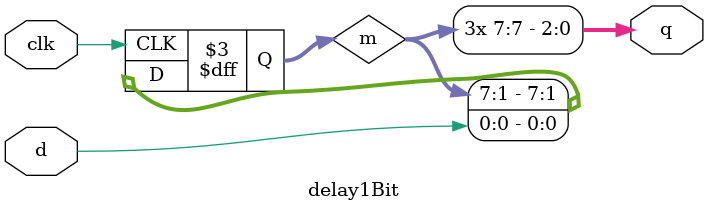
<source format=v>
`timescale 1ns / 1ps


module delay1Bit(
    input clk,
    input d,
    output [2:0] q
    );
    parameter n=8;
    reg [n:1] m;
    integer i;
    always@(posedge clk) begin
        for(i=1;i<=n;i=i+1)  begin
            if(i==1)  m[i]<=d;  
            else  m[i]<=m[i-1]; 
         end
    end
    assign q={m[n-1],m[n-1], m[n-1]};
endmodule

</source>
